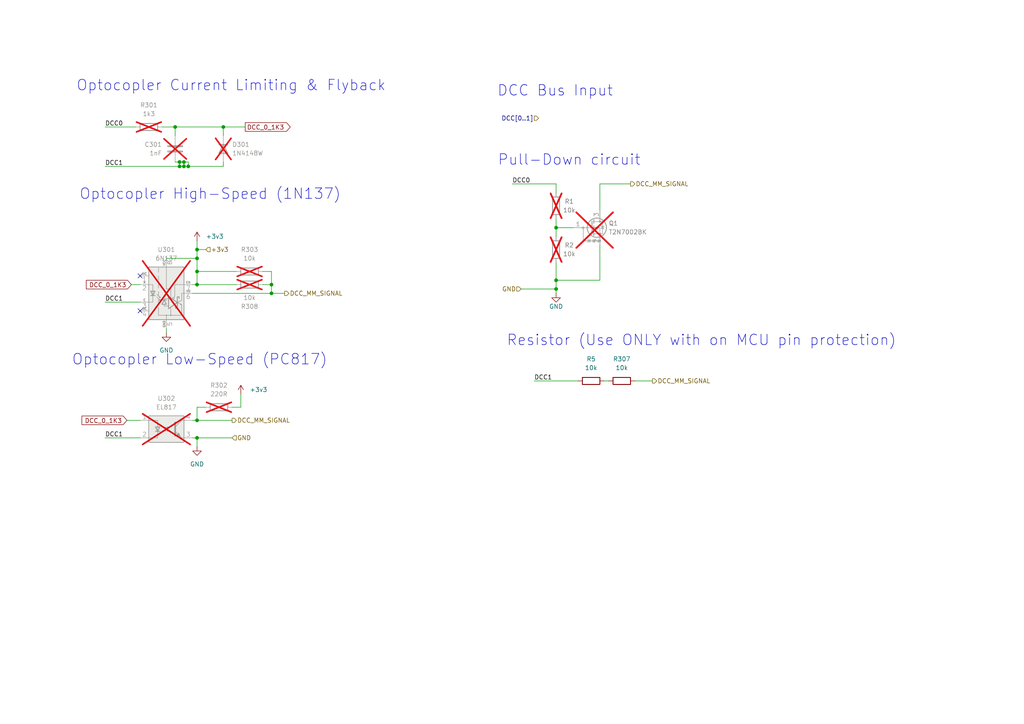
<source format=kicad_sch>
(kicad_sch (version 20231120) (generator "eeschema") (generator_version "8.0")
  (paper "A4")
  (title_block (title "Digital Signal Extraction") (date "2024-01-03") (rev "v0.1") (company "Chatelain Engineering"))
  (lib_symbols
    (symbol "Device:C" (pin_numbers hide) (pin_names (offset 0.254))
      (property "Reference" "C" (at 0.635 2.54 0))
      (property "Value" "C" (at 0.635 -2.54 0))
      (symbol "C_0_1"
        (polyline (pts (xy -2.032 -0.762) (xy 2.032 -0.762)) (stroke (width 0.508)))
        (polyline (pts (xy -2.032 0.762) (xy 2.032 0.762)) (stroke (width 0.508)))
      )
      (symbol "C_1_1"
        (pin passive line (at 0 3.81 270) (length 2.794) (name "~") (number "1"))
        (pin passive line (at 0 -3.81 90) (length 2.794) (name "~") (number "2"))
      )
    )
    (symbol "Device:R" (pin_numbers hide) (pin_names (offset 0))
      (property "Reference" "R" (at 2.032 0 90))
      (property "Value" "R" (at 0 0 90))
      (symbol "R_0_1"
        (rectangle (start -1.016 -2.54) (end 1.016 2.54) (stroke (width 0.254)))
      )
      (symbol "R_1_1"
        (pin passive line (at 0 3.81 270) (length 1.27) (name "~") (number "1"))
        (pin passive line (at 0 -3.81 90) (length 1.27) (name "~") (number "2"))
      )
    )
    (symbol "Diode:1N4148W" (pin_numbers hide) (pin_names hide)
      (property "Reference" "D" (at 0 2.54 0))
      (property "Value" "1N4148W" (at 0 -2.54 0))
      (symbol "1N4148W_0_1"
        (polyline (pts (xy -1.27 1.27) (xy -1.27 -1.27)) (stroke (width 0.254)))
        (polyline (pts (xy 1.27 0) (xy -1.27 0)))
        (polyline (pts (xy 1.27 1.27) (xy 1.27 -1.27) (xy -1.27 0) (xy 1.27 1.27)) (stroke (width 0.254)))
      )
      (symbol "1N4148W_1_1"
        (pin passive line (at -3.81 0 0) (length 2.54) (name "K") (number "1"))
        (pin passive line (at 3.81 0 180) (length 2.54) (name "A") (number "2"))
      )
    )
    (symbol "Isolator:6N137" (pin_names (offset 0))
      (property "Reference" "U" (at -4.064 8.89 0))
      (property "Value" "6N137" (at 0 -8.89 0))
      (symbol "6N137_0_1"
        (polyline (pts (xy 0 -6.35) (xy -2.286 -6.35) (xy -2.286 -4.064)))
        (polyline (pts (xy -5.08 -2.54) (xy -3.937 -2.54) (xy -3.937 2.54) (xy -5.08 2.54)))
        (polyline (pts (xy 1.27 -5.08) (xy 1.27 -6.35) (xy 0 -6.35) (xy 0 -7.62)))
        (polyline (pts (xy 3.175 -2.667) (xy 0.635 -4.445) (xy 0.635 -0.889) (xy 3.175 -2.667)) (stroke (width 0.254)))
        (polyline (pts (xy -2.794 -1.016) (xy -1.717 -2.093) (xy -2.076 -1.914) (xy -1.896 -1.734) (xy -1.717 -2.093)))
        (polyline (pts (xy -2.794 -0.254) (xy -1.717 -1.331) (xy -2.076 -1.152) (xy -1.896 -0.972) (xy -1.717 -1.331)))
      )
      (symbol "6N137_1_1"
        (rectangle (start -5.08 7.62) (end 5.08 -7.62) (stroke (width 0.254)) (fill (type background)))
        (circle (center 0 -6.35) (radius 0.127) (fill (type outline)))
        (polyline (pts (xy -4.572 -0.635) (xy -3.302 -0.635)) (stroke (width 0.254)))
        (polyline (pts (xy -2.286 -1.778) (xy -2.286 -3.048)))
        (polyline (pts (xy -2.286 0.508) (xy -2.286 -0.762)))
        (polyline (pts (xy -2.286 2.794) (xy -2.286 1.524)))
        (polyline (pts (xy -2.286 5.08) (xy -2.286 3.81)))
        (polyline (pts (xy -2.286 7.366) (xy -2.286 6.096)))
        (polyline (pts (xy -1.27 -1.905) (xy 0 -1.905)) (stroke (width 0.254)))
        (polyline (pts (xy -0.635 -3.302) (xy -0.635 -3.683) (xy 0.635 -3.683)))
        (polyline (pts (xy -0.635 -1.905) (xy -0.635 -1.524) (xy 0.508 -1.524)))
        (polyline (pts (xy 1.27 -4.064) (xy 1.27 -6.35) (xy 4.445 -6.35)))
        (polyline (pts (xy 3.175 -2.667) (xy 4.445 -3.302) (xy 4.445 -6.35)))
        (polyline (pts (xy -3.937 -0.635) (xy -4.572 0.635) (xy -3.302 0.635) (xy -3.937 -0.635)) (stroke (width 0.254)))
        (polyline (pts (xy -0.635 -1.905) (xy -1.27 -3.175) (xy 0 -3.175) (xy -0.635 -1.905)) (stroke (width 0.254)))
        (polyline (pts (xy 1.27 -1.27) (xy 1.27 1.27) (xy 0 1.27) (xy 0 7.62)))
        (polyline (pts (xy 2.1844 -1.1684) (xy 2.413 -0.889) (xy 2.413 2.54) (xy 5.08 2.54)))
        (polyline (pts (xy 3.175 -2.667) (xy 3.175 -4.318) (xy 2.667 -4.318) (xy 2.667 -3.937)) (stroke (width 0.254)))
        (polyline (pts (xy 3.175 -2.667) (xy 3.175 -1.016) (xy 3.683 -1.016) (xy 3.683 -1.397)) (stroke (width 0.254)))
        (polyline (pts (xy 3.175 -2.667) (xy 4.445 -2.032) (xy 4.445 0) (xy 5.08 0)))
        (polyline (pts (xy 4.445 -3.302) (xy 4.161 -3.018) (xy 4.047 -3.246) (xy 4.445 -3.302)) (stroke (width 0.127)) (fill (type outline)))
        (circle (center 1.27 -6.35) (radius 0.127) (fill (type outline)))
        (circle (center 2.032 -1.397) (radius 0.254))
        (pin passive line (at -7.62 5.08 0) (length 2.54) (name "NC") (number "1"))
        (pin passive line (at -7.62 2.54 0) (length 2.54) (name "A") (number "2"))
        (pin passive line (at -7.62 -2.54 0) (length 2.54) (name "C") (number "3"))
        (pin passive line (at -7.62 -5.08 0) (length 2.54) (name "NC") (number "4"))
        (pin power_in line (at 0 -10.16 90) (length 2.54) (name "GND") (number "5"))
        (pin open_collector line (at 7.62 0 180) (length 2.54) (name "VO") (number "6"))
        (pin input line (at 7.62 2.54 180) (length 2.54) (name "EN") (number "7"))
        (pin power_in line (at 0 10.16 270) (length 2.54) (name "VCC") (number "8"))
      )
    )
    (symbol "Isolator:EL817" (pin_names (offset 1.016))
      (property "Reference" "U" (at -5.08 5.08 0))
      (property "Value" "EL817" (at 0 5.08 0))
      (symbol "EL817_0_1"
        (rectangle (start -5.08 3.81) (end 5.08 -3.81) (stroke (width 0.254)) (fill (type background)))
        (polyline (pts (xy -3.175 -0.635) (xy -1.905 -0.635)) (stroke (width 0.254)))
        (polyline (pts (xy 2.54 0.635) (xy 4.445 2.54)))
        (polyline (pts (xy 4.445 -2.54) (xy 2.54 -0.635)) (fill (type outline)))
        (polyline (pts (xy 4.445 -2.54) (xy 5.08 -2.54)))
        (polyline (pts (xy 4.445 2.54) (xy 5.08 2.54)))
        (polyline (pts (xy -5.08 2.54) (xy -2.54 2.54) (xy -2.54 -0.635)))
        (polyline (pts (xy -2.54 -0.635) (xy -2.54 -2.54) (xy -5.08 -2.54)))
        (polyline (pts (xy 2.54 1.905) (xy 2.54 -1.905) (xy 2.54 -1.905)) (stroke (width 0.508)))
        (polyline (pts (xy -2.54 -0.635) (xy -3.175 0.635) (xy -1.905 0.635) (xy -2.54 -0.635)) (stroke (width 0.254)))
        (polyline (pts (xy -0.508 -0.508) (xy 0.762 -0.508) (xy 0.381 -0.635) (xy 0.381 -0.381) (xy 0.762 -0.508)))
        (polyline (pts (xy -0.508 0.508) (xy 0.762 0.508) (xy 0.381 0.381) (xy 0.381 0.635) (xy 0.762 0.508)))
        (polyline (pts (xy 3.048 -1.651) (xy 3.556 -1.143) (xy 4.064 -2.159) (xy 3.048 -1.651) (xy 3.048 -1.651)) (fill (type outline)))
      )
      (symbol "EL817_1_1"
        (pin passive line (at -7.62 2.54 0) (length 2.54) (name "~") (number "1"))
        (pin passive line (at -7.62 -2.54 0) (length 2.54) (name "~") (number "2"))
        (pin passive line (at 7.62 -2.54 180) (length 2.54) (name "~") (number "3"))
        (pin passive line (at 7.62 2.54 180) (length 2.54) (name "~") (number "4"))
      )
    )
    (symbol "RP2040-Decoder_Additional_Symbols:T2N7002BK" (pin_names (offset 0) hide)
      (property "Reference" "Q" (at 5.08 1.905 0))
      (property "Value" "T2N7002BK" (at 5.08 0 0))
      (symbol "T2N7002BK_0_1"
        (polyline (pts (xy 2.54 -3.81) (xy -2.286 -3.81) (xy -2.286 0)))
      )
      (symbol "T2N7002BK_1_1"
        (circle (center -2.286 0) (radius 0.254) (fill (type outline)))
        (polyline (pts (xy 0.254 0) (xy -2.54 0)))
        (polyline (pts (xy 0.254 1.905) (xy 0.254 -1.905)) (stroke (width 0.254)))
        (polyline (pts (xy 0.762 -1.27) (xy 0.762 -2.286)) (stroke (width 0.254)))
        (polyline (pts (xy 0.762 0.508) (xy 0.762 -0.508)) (stroke (width 0.254)))
        (polyline (pts (xy 0.762 2.286) (xy 0.762 1.27)) (stroke (width 0.254)))
        (polyline (pts (xy 2.54 2.54) (xy 2.54 1.778)))
        (polyline (pts (xy 2.54 -2.54) (xy 2.54 0) (xy 0.762 0)))
        (polyline (pts (xy -1.016 -4.318) (xy -0.889 -4.191) (xy -0.889 -3.429) (xy -0.762 -3.302)))
        (polyline (pts (xy -0.889 -3.81) (xy -0.254 -4.191) (xy -0.254 -3.429) (xy -0.889 -3.81)))
        (polyline (pts (xy 0.762 -1.778) (xy 3.302 -1.778) (xy 3.302 1.778) (xy 0.762 1.778)))
        (polyline (pts (xy 1.016 0) (xy 2.032 0.381) (xy 2.032 -0.381) (xy 1.016 0)) (fill (type outline)))
        (polyline (pts (xy 1.143 -3.81) (xy 0.508 -3.429) (xy 0.508 -4.191) (xy 1.143 -3.81)))
        (polyline (pts (xy 1.27 -3.302) (xy 1.143 -3.429) (xy 1.143 -4.191) (xy 1.016 -4.318)))
        (polyline (pts (xy 2.794 0.508) (xy 2.921 0.381) (xy 3.683 0.381) (xy 3.81 0.254)))
        (polyline (pts (xy 3.302 0.381) (xy 2.921 -0.254) (xy 3.683 -0.254) (xy 3.302 0.381)))
        (circle (center 1.651 0) (radius 2.794) (stroke (width 0.254)))
        (circle (center 2.54 -3.81) (radius 0.254) (fill (type outline)))
        (circle (center 2.54 -1.778) (radius 0.254) (fill (type outline)))
        (circle (center 2.54 1.778) (radius 0.254) (fill (type outline)))
        (pin input line (at -5.08 0 0) (length 2.54) (name "G") (number "1"))
        (pin passive line (at 2.54 -5.08 90) (length 2.54) (name "S") (number "2"))
        (pin passive line (at 2.54 5.08 270) (length 2.54) (name "D") (number "3"))
      )
    )
    (symbol "power:+5V" (power) (pin_names (offset 0))
      (property "Value" "+5V" (at 0 3.556 0))
      (symbol "+5V_0_1"
        (polyline (pts (xy -0.762 1.27) (xy 0 2.54)))
        (polyline (pts (xy 0 0) (xy 0 2.54)))
        (polyline (pts (xy 0 2.54) (xy 0.762 1.27)))
      )
      (symbol "+5V_1_1"
        (pin power_in line (at 0 0 90) (length 0) hide (name "+5V") (number "1"))
      )
    )
    (symbol "power:GND" (power) (pin_names (offset 0))
      (property "Value" "GND" (at 0 -3.81 0))
      (symbol "GND_0_1"
        (polyline (pts (xy 0 0) (xy 0 -1.27) (xy 1.27 -1.27) (xy 0 -2.54) (xy -1.27 -1.27) (xy 0 -1.27)))
      )
      (symbol "GND_1_1"
        (pin power_in line (at 0 0 270) (length 0) hide (name "GND") (number "1"))
      )
    )
  )
  (junction (at 78.74 82.55))
  (junction (at 57.15 74.93))
  (junction (at 161.29 66.04))
  (junction (at 57.15 127))
  (junction (at 64.77 36.83))
  (junction (at 57.15 72.39))
  (junction (at 53.34 48.26))
  (junction (at 161.29 81.28))
  (junction (at 53.34 46.99))
  (junction (at 57.15 82.55))
  (junction (at 161.29 83.82))
  (junction (at 57.15 121.92))
  (junction (at 57.15 78.74))
  (junction (at 52.07 48.26))
  (junction (at 52.07 46.99))
  (junction (at 78.74 85.09))
  (junction (at 54.61 48.26))
  (junction (at 50.8 36.83))
  (no_connect (at 40.64 80.01))
  (no_connect (at 40.64 90.17))
  (wire (pts (xy 57.15 127) (xy 67.31 127)))
  (wire (pts (xy 30.48 127) (xy 40.64 127)))
  (wire (pts (xy 57.15 82.55) (xy 68.58 82.55)))
  (wire (pts (xy 54.61 48.26) (xy 54.61 46.99)))
  (wire (pts (xy 54.61 48.26) (xy 64.77 48.26)))
  (wire (pts (xy 30.48 36.83) (xy 39.37 36.83)))
  (wire (pts (xy 54.61 46.99) (xy 53.34 46.99)))
  (wire (pts (xy 50.8 39.37) (xy 50.8 36.83)))
  (wire (pts (xy 161.29 53.34) (xy 161.29 55.88)))
  (wire (pts (xy 36.83 121.92) (xy 40.64 121.92)))
  (wire (pts (xy 57.15 118.11) (xy 59.69 118.11)))
  (wire (pts (xy 52.07 46.99) (xy 50.8 46.99)))
  (wire (pts (xy 64.77 36.83) (xy 71.12 36.83)))
  (wire (pts (xy 30.48 87.63) (xy 40.64 87.63)))
  (wire (pts (xy 78.74 78.74) (xy 76.2 78.74)))
  (wire (pts (xy 57.15 69.85) (xy 57.15 72.39)))
  (wire (pts (xy 175.26 110.49) (xy 176.53 110.49)))
  (wire (pts (xy 173.99 53.34) (xy 182.88 53.34)))
  (wire (pts (xy 184.15 110.49) (xy 189.23 110.49)))
  (wire (pts (xy 57.15 72.39) (xy 57.15 74.93)))
  (wire (pts (xy 57.15 82.55) (xy 55.88 82.55)))
  (wire (pts (xy 161.29 63.5) (xy 161.29 66.04)))
  (wire (pts (xy 161.29 76.2) (xy 161.29 81.28)))
  (wire (pts (xy 57.15 78.74) (xy 57.15 82.55)))
  (wire (pts (xy 151.13 83.82) (xy 161.29 83.82)))
  (wire (pts (xy 64.77 39.37) (xy 64.77 36.83)))
  (wire (pts (xy 173.99 71.12) (xy 173.99 81.28)))
  (wire (pts (xy 52.07 48.26) (xy 53.34 48.26)))
  (wire (pts (xy 69.85 114.3) (xy 69.85 118.11)))
  (wire (pts (xy 57.15 127) (xy 55.88 127)))
  (wire (pts (xy 161.29 83.82) (xy 161.29 81.28)))
  (wire (pts (xy 57.15 74.93) (xy 57.15 78.74)))
  (wire (pts (xy 48.26 96.52) (xy 48.26 95.25)))
  (wire (pts (xy 161.29 66.04) (xy 166.37 66.04)))
  (wire (pts (xy 53.34 48.26) (xy 53.34 46.99)))
  (wire (pts (xy 154.94 110.49) (xy 167.64 110.49)))
  (wire (pts (xy 30.48 48.26) (xy 52.07 48.26)))
  (wire (pts (xy 64.77 48.26) (xy 64.77 46.99)))
  (wire (pts (xy 53.34 48.26) (xy 54.61 48.26)))
  (wire (pts (xy 82.55 85.09) (xy 78.74 85.09)))
  (wire (pts (xy 57.15 118.11) (xy 57.15 121.92)))
  (wire (pts (xy 161.29 66.04) (xy 161.29 68.58)))
  (wire (pts (xy 57.15 72.39) (xy 59.69 72.39)))
  (wire (pts (xy 46.99 36.83) (xy 50.8 36.83)))
  (wire (pts (xy 76.2 82.55) (xy 78.74 82.55)))
  (wire (pts (xy 78.74 82.55) (xy 78.74 85.09)))
  (wire (pts (xy 161.29 85.09) (xy 161.29 83.82)))
  (wire (pts (xy 52.07 48.26) (xy 52.07 46.99)))
  (wire (pts (xy 173.99 53.34) (xy 173.99 60.96)))
  (wire (pts (xy 57.15 121.92) (xy 67.31 121.92)))
  (wire (pts (xy 69.85 118.11) (xy 67.31 118.11)))
  (wire (pts (xy 55.88 121.92) (xy 57.15 121.92)))
  (wire (pts (xy 57.15 129.54) (xy 57.15 127)))
  (wire (pts (xy 161.29 81.28) (xy 173.99 81.28)))
  (wire (pts (xy 53.34 46.99) (xy 52.07 46.99)))
  (wire (pts (xy 50.8 36.83) (xy 64.77 36.83)))
  (wire (pts (xy 148.59 53.34) (xy 161.29 53.34)))
  (wire (pts (xy 68.58 78.74) (xy 57.15 78.74)))
  (wire (pts (xy 38.1 82.55) (xy 40.64 82.55)))
  (wire (pts (xy 55.88 85.09) (xy 78.74 85.09)))
  (wire (pts (xy 78.74 78.74) (xy 78.74 82.55)))
  (wire (pts (xy 48.26 74.93) (xy 57.15 74.93)))
  (text "DCC Bus Input" (at 161.036 26.416 0) (effects (font (size 3.048 3.048))))
  (text "Optocopler Current Limiting & Flyback" (at 67.056 24.892 0) (effects (font (size 3.048 3.048))))
  (text "Resistor (Use ONLY with on MCU pin protection)" (at 203.454 98.806 0) (effects (font (size 3.048 3.048))))
  (text "Pull-Down circuit" (at 165.1 46.482 0) (effects (font (size 3.048 3.048))))
  (text "Optocopler Low-Speed (PC817)" (at 57.912 104.394 0) (effects (font (size 3.048 3.048))))
  (text "Optocopler High-Speed (1N137)" (at 60.96 56.388 0) (effects (font (size 3.048 3.048))))
  (label "DCC1" (at 30.48 48.26 0))
  (label "DCC0" (at 148.59 53.34 0))
  (label "DCC1" (at 30.48 127 0))
  (label "DCC0" (at 30.48 36.83 0))
  (label "DCC1" (at 30.48 87.63 0))
  (label "DCC1" (at 154.94 110.49 0))
  (global_label "DCC_0_1K3" (shape input) (at 38.1 82.55 180) (property "Intersheetrefs" "${INTERSHEET_REFS}" (effects (hide yes))))
  (global_label "DCC_0_1K3" (shape input) (at 36.83 121.92 180) (property "Intersheetrefs" "${INTERSHEET_REFS}" (effects (hide yes))))
  (global_label "DCC_0_1K3" (shape output) (at 71.12 36.83 0) (property "Intersheetrefs" "${INTERSHEET_REFS}" (effects (hide yes))))
  (hierarchical_label "DCC_MM_SIGNAL" (shape output) (at 82.55 85.09 0))
  (hierarchical_label "DCC_MM_SIGNAL" (shape output) (at 67.31 121.92 0))
  (hierarchical_label "GND" (shape input) (at 151.13 83.82 180))
  (hierarchical_label "DCC_MM_SIGNAL" (shape output) (at 189.23 110.49 0))
  (hierarchical_label "GND" (shape input) (at 67.31 127 0))
  (hierarchical_label "+3v3" (shape input) (at 59.69 72.39 0))
  (hierarchical_label "DCC[0..1]" (shape input) (at 156.21 34.29 180))
  (hierarchical_label "DCC_MM_SIGNAL" (shape output) (at 182.88 53.34 0))
  (symbol (lib_id "Device:R") (at 161.29 59.69 180) (unit 1) (exclude_from_sim yes) (in_bom no) (on_board no) (dnp yes)
    (property "Reference" "R1" (at 165.1 58.42 0))
    (property "Value" "10k" (at 165.1 60.96 0))
    (property "Footprint" "Resistor_SMD:R_0805_2012Metric_Pad1.20x1.40mm_HandSolder" (effects (hide yes)))
    (property "Description" "Resistor" (effects (hide yes)))
    (property "LCSC" "C17772" (effects (hide yes)))
    (property "OLI_ID" "10k_0805" (effects (hide yes)))
  )
  (symbol (lib_id "Device:R") (at 72.39 82.55 270) (mirror x) (unit 1) (exclude_from_sim yes) (in_bom no) (on_board no) (dnp yes)
    (property "Reference" "R308" (at 72.39 88.9 90))
    (property "Value" "10k" (at 72.39 86.36 90))
    (property "Footprint" "Resistor_SMD:R_0805_2012Metric_Pad1.20x1.40mm_HandSolder" (effects (hide yes)))
    (property "Description" "Resistor" (effects (hide yes)))
    (property "LCSC" "C27834" (effects (hide yes)))
    (property "OLI_ID" "10k_0805" (effects (hide yes)))
  )
  (symbol (lib_id "power:GND") (at 57.15 129.54 0) (unit 1)
    (property "Reference" "#PWR0302" (effects (hide yes)))
    (property "Value" "GND" (at 57.15 134.62 0))
    (property "Description" "Power symbol creates a global label with name \"GND\" , ground" (effects (hide yes)))
  )
  (symbol (lib_id "RP2040-Decoder_Additional_Symbols:T2N7002BK") (at 171.45 66.04 0) (unit 1) (exclude_from_sim yes) (in_bom no) (on_board no) (dnp yes)
    (property "Reference" "Q1" (at 176.53 64.77 0) (effects (justify left)))
    (property "Value" "T2N7002BK" (at 176.53 67.31 0) (effects (justify left)))
    (property "Footprint" "Package_TO_SOT_SMD:SOT-23" (effects (hide yes)))
    (property "Datasheet" "https://datasheet.lcsc.com/lcsc/1810271831_TOSHIBA-T2N7002BK-LM_C146372.pdf" (effects (hide yes)))
    (property "LCSC" "C8545" (effects (hide yes)))
  )
  (symbol (lib_id "Diode:1N4148W") (at 64.77 43.18 270) (unit 1) (exclude_from_sim yes) (in_bom no) (on_board no) (dnp yes)
    (property "Reference" "D301" (at 67.31 41.91 90) (effects (justify left)))
    (property "Value" "1N4148W" (at 67.31 44.45 90) (effects (justify left)))
    (property "Footprint" "Diode_SMD:D_SOD-123" (effects (hide yes)))
    (property "Datasheet" "https://www.vishay.com/docs/85748/1n4148w.pdf" (effects (hide yes)))
    (property "Description" "75V 0.15A Fast Switching Diode, SOD-123" (effects (hide yes)))
    (property "Sim.Device" "D" (effects (hide yes)))
    (property "Sim.Pins" "1=K 2=A" (effects (hide yes)))
    (property "LCSC" "C81598" (effects (hide yes)))
  )
  (symbol (lib_id "power:+5V") (at 57.15 69.85 0) (unit 1)
    (property "Reference" "#PWR0301" (effects (hide yes)))
    (property "Value" "+3v3" (at 59.69 68.5799 0) (effects (justify left)))
    (property "Description" "Power symbol creates a global label with name \"+5V\"" (effects (hide yes)))
  )
  (symbol (lib_id "Device:R") (at 72.39 78.74 270) (unit 1) (exclude_from_sim yes) (in_bom no) (on_board no) (dnp yes)
    (property "Reference" "R303" (at 72.39 72.39 90))
    (property "Value" "10k" (at 72.39 74.93 90))
    (property "Footprint" "Resistor_SMD:R_0805_2012Metric_Pad1.20x1.40mm_HandSolder" (effects (hide yes)))
    (property "Description" "Resistor" (effects (hide yes)))
    (property "LCSC" "C27834" (effects (hide yes)))
    (property "OLI_ID" "10k_0805" (effects (hide yes)))
  )
  (symbol (lib_id "power:GND") (at 48.26 96.52 0) (unit 1)
    (property "Reference" "#PWR0303" (effects (hide yes)))
    (property "Value" "GND" (at 48.26 101.6 0))
    (property "Description" "Power symbol creates a global label with name \"GND\" , ground" (effects (hide yes)))
  )
  (symbol (lib_id "Device:R") (at 180.34 110.49 90) (unit 1)
    (property "Reference" "R307" (at 180.34 104.14 90))
    (property "Value" "10k" (at 180.34 106.68 90))
    (property "Footprint" "Resistor_SMD:R_0805_2012Metric_Pad1.20x1.40mm_HandSolder" (effects (hide yes)))
    (property "Description" "Resistor" (effects (hide yes)))
    (property "LCSC" "C25744" (effects (hide yes)))
    (property "OLI_ID" "10k_0805" (effects (hide yes)))
  )
  (symbol (lib_id "power:GND") (at 161.29 85.09 0) (mirror y) (unit 1) (on_board no)
    (property "Reference" "#PWR08" (effects (hide yes)))
    (property "Value" "GND" (at 161.29 88.9 0))
    (property "Description" "Power symbol creates a global label with name \"GND\" , ground" (effects (hide yes)))
  )
  (symbol (lib_id "power:+5V") (at 69.85 114.3 0) (unit 1)
    (property "Reference" "#PWR0304" (effects (hide yes)))
    (property "Value" "+3v3" (at 72.39 113.0299 0) (effects (justify left)))
    (property "Description" "Power symbol creates a global label with name \"+5V\"" (effects (hide yes)))
  )
  (symbol (lib_id "Isolator:EL817") (at 48.26 124.46 0) (unit 1) (exclude_from_sim yes) (in_bom no) (on_board no) (dnp yes)
    (property "Reference" "U302" (at 48.26 115.57 0))
    (property "Value" "EL817" (at 48.26 118.11 0))
    (property "Footprint" "Package_DIP:DIP-4_W7.62mm" (effects (hide yes)))
    (property "Datasheet" "http://www.everlight.com/file/ProductFile/EL817.pdf" (effects (hide yes)))
    (property "Description" "DC Optocoupler, Vce 35V, DIP-4" (effects (hide yes)))
    (property "LCSC" "C106900" (effects (hide yes)))
    (property "OLI_ID" "EL817_SMD-4P" (effects (hide yes)))
  )
  (symbol (lib_id "Device:C") (at 50.8 43.18 0) (mirror y) (unit 1) (exclude_from_sim yes) (in_bom no) (on_board no) (dnp yes)
    (property "Reference" "C301" (at 46.99 41.91 0) (effects (justify left)))
    (property "Value" "1nF" (at 46.99 44.45 0) (effects (justify left)))
    (property "Footprint" "Capacitor_SMD:C_0805_2012Metric" (effects (hide yes)))
    (property "Description" "Unpolarized capacitor" (effects (hide yes)))
    (property "LCSC" "C46653" (effects (hide yes)))
  )
  (symbol (lib_id "Device:R") (at 161.29 72.39 180) (unit 1) (exclude_from_sim yes) (in_bom no) (on_board no) (dnp yes)
    (property "Reference" "R2" (at 165.1 71.12 0))
    (property "Value" "10k" (at 165.1 73.66 0))
    (property "Footprint" "Resistor_SMD:R_0805_2012Metric_Pad1.20x1.40mm_HandSolder" (effects (hide yes)))
    (property "Description" "Resistor" (effects (hide yes)))
    (property "LCSC" "C17772" (effects (hide yes)))
    (property "OLI_ID" "10k_0805" (effects (hide yes)))
  )
  (symbol (lib_id "Device:R") (at 63.5 118.11 270) (unit 1) (exclude_from_sim yes) (in_bom no) (on_board no) (dnp yes)
    (property "Reference" "R302" (at 63.5 111.76 90))
    (property "Value" "220R" (at 63.5 114.3 90))
    (property "Footprint" "Resistor_SMD:R_0805_2012Metric_Pad1.20x1.40mm_HandSolder" (effects (hide yes)))
    (property "Description" "Resistor" (effects (hide yes)))
    (property "LCSC" "C17557" (effects (hide yes)))
    (property "OLI_ID" "220R_0805" (effects (hide yes)))
  )
  (symbol (lib_id "Device:R") (at 171.45 110.49 90) (unit 1)
    (property "Reference" "R5" (at 171.45 104.14 90))
    (property "Value" "10k" (at 171.45 106.68 90))
    (property "Footprint" "Resistor_SMD:R_0805_2012Metric_Pad1.20x1.40mm_HandSolder" (effects (hide yes)))
    (property "Description" "Resistor" (effects (hide yes)))
    (property "LCSC" "C25744" (effects (hide yes)))
    (property "OLI_ID" "10k_0805" (effects (hide yes)))
  )
  (symbol (lib_id "Device:R") (at 43.18 36.83 90) (unit 1) (exclude_from_sim yes) (in_bom no) (on_board no) (dnp yes)
    (property "Reference" "R301" (at 43.18 30.48 90))
    (property "Value" "1k3" (at 43.18 33.02 90))
    (property "Footprint" "Resistor_SMD:R_0805_2012Metric_Pad1.20x1.40mm_HandSolder" (effects (hide yes)))
    (property "Description" "Resistor" (effects (hide yes)))
    (property "LCSC" "C17379" (effects (hide yes)))
    (property "OLI_ID" "1k3_0805" (effects (hide yes)))
  )
  (symbol (lib_id "Isolator:6N137") (at 48.26 85.09 0) (unit 1) (exclude_from_sim yes) (in_bom no) (on_board no) (dnp yes)
    (property "Reference" "U301" (at 48.26 72.39 0))
    (property "Value" "6N137" (at 48.26 74.93 0))
    (property "Footprint" "Package_DIP:DIP-8_W7.62mm" (effects (hide yes)))
    (property "Datasheet" "https://docs.broadcom.com/docs/AV02-0940EN" (effects (hide yes)))
    (property "Description" "Single High Speed LSTTL/TTL Compatible Optocoupler with enable, dV/dt 1000/us, VCM 10, max 7V VCC, DIP-8" (effects (hide yes)))
    (property "LCSC" "C16496" (effects (hide yes)))
    (property "OLI_ID" "6N137_SMD-6P" (effects (hide yes)))
  )
)
</source>
